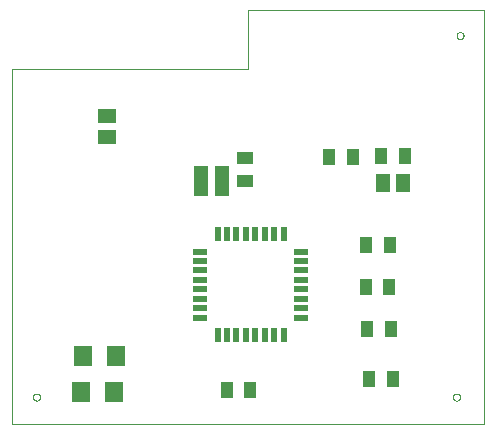
<source format=gtp>
G75*
%MOIN*%
%OFA0B0*%
%FSLAX25Y25*%
%IPPOS*%
%LPD*%
%AMOC8*
5,1,8,0,0,1.08239X$1,22.5*
%
%ADD10C,0.00000*%
%ADD11R,0.06299X0.07087*%
%ADD12R,0.05906X0.05118*%
%ADD13R,0.05118X0.05906*%
%ADD14R,0.05512X0.04331*%
%ADD15R,0.04331X0.05512*%
%ADD16R,0.05000X0.10000*%
%ADD17R,0.05000X0.02200*%
%ADD18R,0.02200X0.05000*%
D10*
X0002092Y0002201D02*
X0002092Y0120311D01*
X0080832Y0120311D01*
X0080832Y0139996D01*
X0159572Y0139996D01*
X0159572Y0002201D01*
X0002092Y0002201D01*
X0009179Y0011059D02*
X0009181Y0011128D01*
X0009187Y0011196D01*
X0009197Y0011264D01*
X0009211Y0011331D01*
X0009229Y0011398D01*
X0009250Y0011463D01*
X0009276Y0011527D01*
X0009305Y0011589D01*
X0009337Y0011649D01*
X0009373Y0011708D01*
X0009413Y0011764D01*
X0009455Y0011818D01*
X0009501Y0011869D01*
X0009550Y0011918D01*
X0009601Y0011964D01*
X0009655Y0012006D01*
X0009711Y0012046D01*
X0009769Y0012082D01*
X0009830Y0012114D01*
X0009892Y0012143D01*
X0009956Y0012169D01*
X0010021Y0012190D01*
X0010088Y0012208D01*
X0010155Y0012222D01*
X0010223Y0012232D01*
X0010291Y0012238D01*
X0010360Y0012240D01*
X0010429Y0012238D01*
X0010497Y0012232D01*
X0010565Y0012222D01*
X0010632Y0012208D01*
X0010699Y0012190D01*
X0010764Y0012169D01*
X0010828Y0012143D01*
X0010890Y0012114D01*
X0010950Y0012082D01*
X0011009Y0012046D01*
X0011065Y0012006D01*
X0011119Y0011964D01*
X0011170Y0011918D01*
X0011219Y0011869D01*
X0011265Y0011818D01*
X0011307Y0011764D01*
X0011347Y0011708D01*
X0011383Y0011649D01*
X0011415Y0011589D01*
X0011444Y0011527D01*
X0011470Y0011463D01*
X0011491Y0011398D01*
X0011509Y0011331D01*
X0011523Y0011264D01*
X0011533Y0011196D01*
X0011539Y0011128D01*
X0011541Y0011059D01*
X0011539Y0010990D01*
X0011533Y0010922D01*
X0011523Y0010854D01*
X0011509Y0010787D01*
X0011491Y0010720D01*
X0011470Y0010655D01*
X0011444Y0010591D01*
X0011415Y0010529D01*
X0011383Y0010468D01*
X0011347Y0010410D01*
X0011307Y0010354D01*
X0011265Y0010300D01*
X0011219Y0010249D01*
X0011170Y0010200D01*
X0011119Y0010154D01*
X0011065Y0010112D01*
X0011009Y0010072D01*
X0010951Y0010036D01*
X0010890Y0010004D01*
X0010828Y0009975D01*
X0010764Y0009949D01*
X0010699Y0009928D01*
X0010632Y0009910D01*
X0010565Y0009896D01*
X0010497Y0009886D01*
X0010429Y0009880D01*
X0010360Y0009878D01*
X0010291Y0009880D01*
X0010223Y0009886D01*
X0010155Y0009896D01*
X0010088Y0009910D01*
X0010021Y0009928D01*
X0009956Y0009949D01*
X0009892Y0009975D01*
X0009830Y0010004D01*
X0009769Y0010036D01*
X0009711Y0010072D01*
X0009655Y0010112D01*
X0009601Y0010154D01*
X0009550Y0010200D01*
X0009501Y0010249D01*
X0009455Y0010300D01*
X0009413Y0010354D01*
X0009373Y0010410D01*
X0009337Y0010468D01*
X0009305Y0010529D01*
X0009276Y0010591D01*
X0009250Y0010655D01*
X0009229Y0010720D01*
X0009211Y0010787D01*
X0009197Y0010854D01*
X0009187Y0010922D01*
X0009181Y0010990D01*
X0009179Y0011059D01*
X0149139Y0011059D02*
X0149141Y0011128D01*
X0149147Y0011196D01*
X0149157Y0011264D01*
X0149171Y0011331D01*
X0149189Y0011398D01*
X0149210Y0011463D01*
X0149236Y0011527D01*
X0149265Y0011589D01*
X0149297Y0011649D01*
X0149333Y0011708D01*
X0149373Y0011764D01*
X0149415Y0011818D01*
X0149461Y0011869D01*
X0149510Y0011918D01*
X0149561Y0011964D01*
X0149615Y0012006D01*
X0149671Y0012046D01*
X0149729Y0012082D01*
X0149790Y0012114D01*
X0149852Y0012143D01*
X0149916Y0012169D01*
X0149981Y0012190D01*
X0150048Y0012208D01*
X0150115Y0012222D01*
X0150183Y0012232D01*
X0150251Y0012238D01*
X0150320Y0012240D01*
X0150389Y0012238D01*
X0150457Y0012232D01*
X0150525Y0012222D01*
X0150592Y0012208D01*
X0150659Y0012190D01*
X0150724Y0012169D01*
X0150788Y0012143D01*
X0150850Y0012114D01*
X0150910Y0012082D01*
X0150969Y0012046D01*
X0151025Y0012006D01*
X0151079Y0011964D01*
X0151130Y0011918D01*
X0151179Y0011869D01*
X0151225Y0011818D01*
X0151267Y0011764D01*
X0151307Y0011708D01*
X0151343Y0011649D01*
X0151375Y0011589D01*
X0151404Y0011527D01*
X0151430Y0011463D01*
X0151451Y0011398D01*
X0151469Y0011331D01*
X0151483Y0011264D01*
X0151493Y0011196D01*
X0151499Y0011128D01*
X0151501Y0011059D01*
X0151499Y0010990D01*
X0151493Y0010922D01*
X0151483Y0010854D01*
X0151469Y0010787D01*
X0151451Y0010720D01*
X0151430Y0010655D01*
X0151404Y0010591D01*
X0151375Y0010529D01*
X0151343Y0010468D01*
X0151307Y0010410D01*
X0151267Y0010354D01*
X0151225Y0010300D01*
X0151179Y0010249D01*
X0151130Y0010200D01*
X0151079Y0010154D01*
X0151025Y0010112D01*
X0150969Y0010072D01*
X0150911Y0010036D01*
X0150850Y0010004D01*
X0150788Y0009975D01*
X0150724Y0009949D01*
X0150659Y0009928D01*
X0150592Y0009910D01*
X0150525Y0009896D01*
X0150457Y0009886D01*
X0150389Y0009880D01*
X0150320Y0009878D01*
X0150251Y0009880D01*
X0150183Y0009886D01*
X0150115Y0009896D01*
X0150048Y0009910D01*
X0149981Y0009928D01*
X0149916Y0009949D01*
X0149852Y0009975D01*
X0149790Y0010004D01*
X0149729Y0010036D01*
X0149671Y0010072D01*
X0149615Y0010112D01*
X0149561Y0010154D01*
X0149510Y0010200D01*
X0149461Y0010249D01*
X0149415Y0010300D01*
X0149373Y0010354D01*
X0149333Y0010410D01*
X0149297Y0010468D01*
X0149265Y0010529D01*
X0149236Y0010591D01*
X0149210Y0010655D01*
X0149189Y0010720D01*
X0149171Y0010787D01*
X0149157Y0010854D01*
X0149147Y0010922D01*
X0149141Y0010990D01*
X0149139Y0011059D01*
X0150321Y0131531D02*
X0150323Y0131600D01*
X0150329Y0131668D01*
X0150339Y0131736D01*
X0150353Y0131803D01*
X0150371Y0131870D01*
X0150392Y0131935D01*
X0150418Y0131999D01*
X0150447Y0132061D01*
X0150479Y0132121D01*
X0150515Y0132180D01*
X0150555Y0132236D01*
X0150597Y0132290D01*
X0150643Y0132341D01*
X0150692Y0132390D01*
X0150743Y0132436D01*
X0150797Y0132478D01*
X0150853Y0132518D01*
X0150911Y0132554D01*
X0150972Y0132586D01*
X0151034Y0132615D01*
X0151098Y0132641D01*
X0151163Y0132662D01*
X0151230Y0132680D01*
X0151297Y0132694D01*
X0151365Y0132704D01*
X0151433Y0132710D01*
X0151502Y0132712D01*
X0151571Y0132710D01*
X0151639Y0132704D01*
X0151707Y0132694D01*
X0151774Y0132680D01*
X0151841Y0132662D01*
X0151906Y0132641D01*
X0151970Y0132615D01*
X0152032Y0132586D01*
X0152092Y0132554D01*
X0152151Y0132518D01*
X0152207Y0132478D01*
X0152261Y0132436D01*
X0152312Y0132390D01*
X0152361Y0132341D01*
X0152407Y0132290D01*
X0152449Y0132236D01*
X0152489Y0132180D01*
X0152525Y0132121D01*
X0152557Y0132061D01*
X0152586Y0131999D01*
X0152612Y0131935D01*
X0152633Y0131870D01*
X0152651Y0131803D01*
X0152665Y0131736D01*
X0152675Y0131668D01*
X0152681Y0131600D01*
X0152683Y0131531D01*
X0152681Y0131462D01*
X0152675Y0131394D01*
X0152665Y0131326D01*
X0152651Y0131259D01*
X0152633Y0131192D01*
X0152612Y0131127D01*
X0152586Y0131063D01*
X0152557Y0131001D01*
X0152525Y0130940D01*
X0152489Y0130882D01*
X0152449Y0130826D01*
X0152407Y0130772D01*
X0152361Y0130721D01*
X0152312Y0130672D01*
X0152261Y0130626D01*
X0152207Y0130584D01*
X0152151Y0130544D01*
X0152093Y0130508D01*
X0152032Y0130476D01*
X0151970Y0130447D01*
X0151906Y0130421D01*
X0151841Y0130400D01*
X0151774Y0130382D01*
X0151707Y0130368D01*
X0151639Y0130358D01*
X0151571Y0130352D01*
X0151502Y0130350D01*
X0151433Y0130352D01*
X0151365Y0130358D01*
X0151297Y0130368D01*
X0151230Y0130382D01*
X0151163Y0130400D01*
X0151098Y0130421D01*
X0151034Y0130447D01*
X0150972Y0130476D01*
X0150911Y0130508D01*
X0150853Y0130544D01*
X0150797Y0130584D01*
X0150743Y0130626D01*
X0150692Y0130672D01*
X0150643Y0130721D01*
X0150597Y0130772D01*
X0150555Y0130826D01*
X0150515Y0130882D01*
X0150479Y0130940D01*
X0150447Y0131001D01*
X0150418Y0131063D01*
X0150392Y0131127D01*
X0150371Y0131192D01*
X0150353Y0131259D01*
X0150339Y0131326D01*
X0150329Y0131394D01*
X0150323Y0131462D01*
X0150321Y0131531D01*
D11*
X0036856Y0024878D03*
X0025832Y0024878D03*
X0025242Y0012870D03*
X0036265Y0012870D03*
D12*
X0033864Y0097909D03*
X0033864Y0104602D03*
D13*
X0125793Y0082555D03*
X0132486Y0082555D03*
D14*
X0079887Y0082949D03*
X0079887Y0090823D03*
D15*
X0107919Y0091138D03*
X0115793Y0091138D03*
X0125163Y0091335D03*
X0133037Y0091335D03*
X0128037Y0061886D03*
X0120163Y0061886D03*
X0120084Y0047909D03*
X0127958Y0047909D03*
X0128352Y0033736D03*
X0120478Y0033736D03*
X0121147Y0017004D03*
X0129021Y0017004D03*
X0081541Y0013461D03*
X0073667Y0013461D03*
D16*
X0072210Y0083224D03*
X0065242Y0083028D03*
D17*
X0064798Y0059563D03*
X0064798Y0056413D03*
X0064798Y0053264D03*
X0064798Y0050114D03*
X0064798Y0046965D03*
X0064798Y0043815D03*
X0064798Y0040665D03*
X0064798Y0037516D03*
X0098598Y0037516D03*
X0098598Y0040665D03*
X0098598Y0043815D03*
X0098598Y0046965D03*
X0098598Y0050114D03*
X0098598Y0053264D03*
X0098598Y0056413D03*
X0098598Y0059563D03*
D18*
X0092722Y0065439D03*
X0089572Y0065439D03*
X0086423Y0065439D03*
X0083273Y0065439D03*
X0080124Y0065439D03*
X0076974Y0065439D03*
X0073824Y0065439D03*
X0070675Y0065439D03*
X0070675Y0031639D03*
X0073824Y0031639D03*
X0076974Y0031639D03*
X0080124Y0031639D03*
X0083273Y0031639D03*
X0086423Y0031639D03*
X0089572Y0031639D03*
X0092722Y0031639D03*
M02*

</source>
